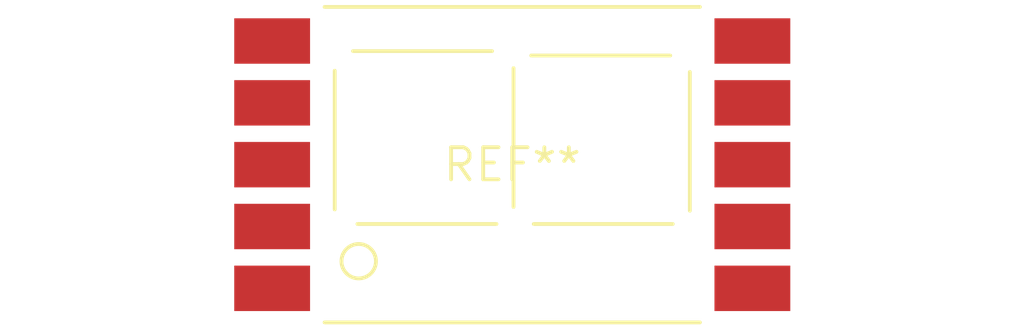
<source format=kicad_pcb>
(kicad_pcb (version 20240108) (generator pcbnew)
  (layers (0 "F.Cu" signal) (31 "B.Cu" signal) (34 "B.Paste" user) (35 "F.Paste" user) (36 "B.SilkS" user "B.Silkscreen") (37 "F.SilkS" user "F.Silkscreen") (38 "B.Mask" user) (39 "F.Mask" user) (44 "Edge.Cuts" user))
  (net 0 "")
  (footprint "7SEGMENT-LED__HDSM531_HDSM533_SMD" (layer "F.Cu") (at 0 0)
    (property "Reference" "REF**")
    (property "Value" "7SEGMENT-LED__HDSM531_HDSM533_SMD")
    (fp_line (start -7.425 6.25) (end 7.425 6.25) (layer "F.SilkS") (stroke (width 0.15)))
    (fp_line (start -7.025 -3.725) (end -7.025 1.775) (layer "F.SilkS") (stroke (width 0.15)))
    (fp_line (start -6.3 -4.5) (end -0.8 -4.5) (layer "F.SilkS") (stroke (width 0.15)))
    (fp_line (start -6.125 2.35) (end -0.625 2.35) (layer "F.SilkS") (stroke (width 0.15)))
    (fp_line (start 0.05 -3.825) (end 0.05 1.675) (layer "F.SilkS") (stroke (width 0.15)))
    (fp_line (start 0.75 -4.325) (end 6.25 -4.325) (layer "F.SilkS") (stroke (width 0.15)))
    (fp_line (start 0.85 2.35) (end 6.35 2.35) (layer "F.SilkS") (stroke (width 0.15)))
    (fp_line (start 7.025 -3.675) (end 7.025 1.825) (layer "F.SilkS") (stroke (width 0.15)))
    (fp_line (start 7.425 -6.25) (end -7.425 -6.25) (layer "F.SilkS") (stroke (width 0.15)))
    (fp_circle (center -6.075 3.825) (end -6.75 3.925) (layer "F.SilkS") (stroke (width 0.15)) (fill none))
    (pad "1" smd rect (at -9.5 -4.9 270) (size 1.8 3) (layers "F.Cu" "F.Paste" "F.Mask"))
    (pad "2" smd rect (at -9.5 -2.45 270) (size 1.8 3) (layers "F.Cu" "F.Paste" "F.Mask"))
    (pad "3" smd rect (at -9.5 0 270) (size 1.8 3) (layers "F.Cu" "F.Paste" "F.Mask"))
    (pad "4" smd rect (at -9.5 2.45 270) (size 1.8 3) (layers "F.Cu" "F.Paste" "F.Mask"))
    (pad "5" smd rect (at -9.5 4.9 270) (size 1.8 3) (layers "F.Cu" "F.Paste" "F.Mask"))
    (pad "6" smd rect (at 9.5 4.9 270) (size 1.8 3) (layers "F.Cu" "F.Paste" "F.Mask"))
    (pad "7" smd rect (at 9.5 2.45 270) (size 1.8 3) (layers "F.Cu" "F.Paste" "F.Mask"))
    (pad "8" smd rect (at 9.5 0 270) (size 1.8 3) (layers "F.Cu" "F.Paste" "F.Mask"))
    (pad "9" smd rect (at 9.5 -2.45 270) (size 1.8 3) (layers "F.Cu" "F.Paste" "F.Mask"))
    (pad "10" smd rect (at 9.5 -4.9 270) (size 1.8 3) (layers "F.Cu" "F.Paste" "F.Mask"))
  )
)
</source>
